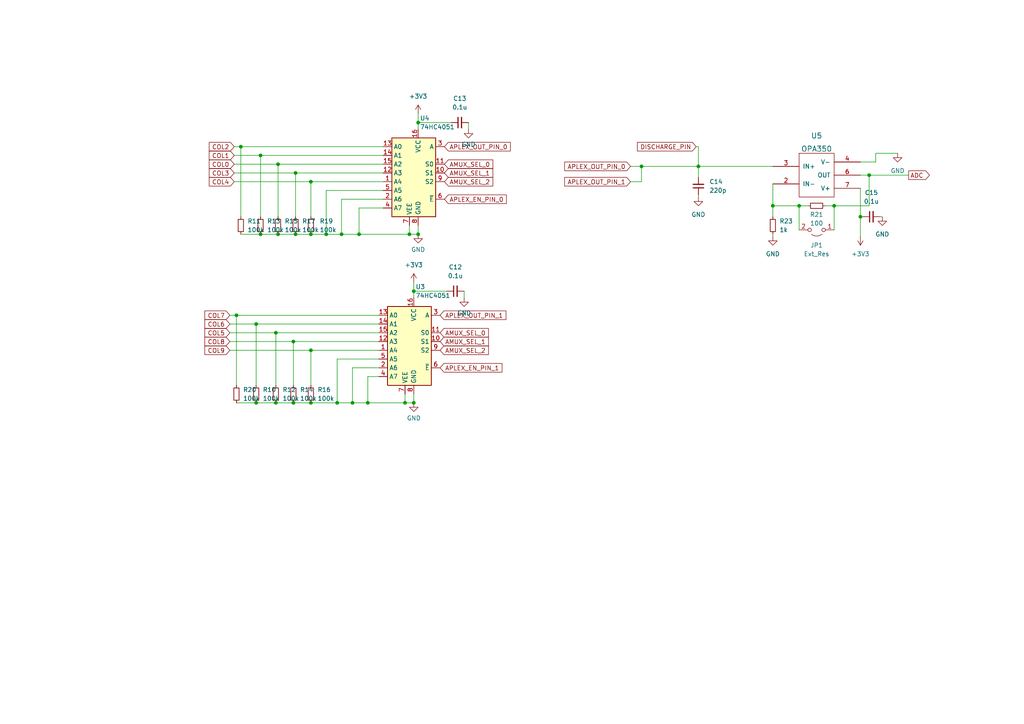
<source format=kicad_sch>
(kicad_sch (version 20230121) (generator eeschema)
  (paper "A4")
  (lib_symbols
    (symbol "74xx:74HC4051"
      (property "Reference" "U" (at -5.08 11.43 0))
      (property "Value" "74HC4051" (at -7.62 -13.97 0))
      (symbol "74HC4051_0_1"
        (rectangle (start -5.08 10.16) (end 7.62 -12.7) (stroke (width 0.254)) (fill (type background)))
      )
      (symbol "74HC4051_1_1"
        (pin passive line (at 10.16 -2.54 180) (length 2.54) (name "A4") (number "1"))
        (pin input line (at -7.62 0 0) (length 2.54) (name "S1") (number "10"))
        (pin input line (at -7.62 2.54 0) (length 2.54) (name "S0") (number "11"))
        (pin passive line (at 10.16 0 180) (length 2.54) (name "A3") (number "12"))
        (pin passive line (at 10.16 7.62 180) (length 2.54) (name "A0") (number "13"))
        (pin passive line (at 10.16 5.08 180) (length 2.54) (name "A1") (number "14"))
        (pin passive line (at 10.16 2.54 180) (length 2.54) (name "A2") (number "15"))
        (pin power_in line (at 0 12.7 270) (length 2.54) (name "VCC") (number "16"))
        (pin passive line (at 10.16 -7.62 180) (length 2.54) (name "A6") (number "2"))
        (pin passive line (at -7.62 7.62 0) (length 2.54) (name "A") (number "3"))
        (pin passive line (at 10.16 -10.16 180) (length 2.54) (name "A7") (number "4"))
        (pin passive line (at 10.16 -5.08 180) (length 2.54) (name "A5") (number "5"))
        (pin input line (at -7.62 -7.62 0) (length 2.54) (name "~{E}") (number "6"))
        (pin power_in line (at 2.54 -15.24 90) (length 2.54) (name "VEE") (number "7"))
        (pin power_in line (at 0 -15.24 90) (length 2.54) (name "GND") (number "8"))
        (pin input line (at -7.62 -2.54 0) (length 2.54) (name "S2") (number "9"))
      )
    )
    (symbol "Device:C_Small" (pin_numbers hide) (pin_names (offset 0.254) hide)
      (property "Reference" "C" (at 0.254 1.778 0))
      (property "Value" "C_Small" (at 0.254 -2.032 0))
      (symbol "C_Small_0_1"
        (polyline (pts (xy -1.524 -0.508) (xy 1.524 -0.508)) (stroke (width 0.3302)))
        (polyline (pts (xy -1.524 0.508) (xy 1.524 0.508)) (stroke (width 0.3048)))
      )
      (symbol "C_Small_1_1"
        (pin passive line (at 0 2.54 270) (length 2.032) (name "~") (number "1"))
        (pin passive line (at 0 -2.54 90) (length 2.032) (name "~") (number "2"))
      )
    )
    (symbol "Device:R_Small" (pin_numbers hide) (pin_names (offset 0.254) hide)
      (property "Reference" "R" (at 0.762 0.508 0))
      (property "Value" "R_Small" (at 0.762 -1.016 0))
      (symbol "R_Small_0_1"
        (rectangle (start -0.762 1.778) (end 0.762 -1.778) (stroke (width 0.2032)))
      )
      (symbol "R_Small_1_1"
        (pin passive line (at 0 2.54 270) (length 0.762) (name "~") (number "1"))
        (pin passive line (at 0 -2.54 90) (length 0.762) (name "~") (number "2"))
      )
    )
    (symbol "Jumper:Jumper_2_Open" (pin_names (offset 0) hide)
      (property "Reference" "JP" (at 0 2.794 0))
      (property "Value" "Jumper_2_Open" (at 0 -2.286 0))
      (symbol "Jumper_2_Open_0_0"
        (circle (center -2.032 0) (radius 0.508))
        (circle (center 2.032 0) (radius 0.508))
      )
      (symbol "Jumper_2_Open_0_1"
        (arc (start 1.524 1.27) (mid 0 1.778) (end -1.524 1.27))
      )
      (symbol "Jumper_2_Open_1_1"
        (pin passive line (at -5.08 0 0) (length 2.54) (name "A") (number "1"))
        (pin passive line (at 5.08 0 180) (length 2.54) (name "B") (number "2"))
      )
    )
    (symbol "cipulot_parts:OPA350" (pin_names (offset 1.016))
      (property "Reference" "U" (at 8.89 -7.62 0))
      (property "Value" "OPA350" (at 5.08 7.62 0))
      (symbol "OPA350_0_1"
        (rectangle (start 0 -6.35) (end 10.16 6.35))
        (pin input line (at -7.62 2.54 0) (length 7.62) (name "IN-") (number "2"))
        (pin input line (at -7.62 -2.54 0) (length 7.62) (name "IN+") (number "3"))
        (pin input line (at 17.78 -3.81 180) (length 7.62) (name "V-") (number "4"))
        (pin input line (at 17.78 0 180) (length 7.62) (name "OUT") (number "6"))
        (pin input line (at 17.78 3.81 180) (length 7.62) (name "V+") (number "7"))
      )
    )
    (symbol "power:+3V3" (power) (pin_names (offset 0))
      (property "Value" "+3V3" (at 0 3.556 0))
      (symbol "+3V3_0_1"
        (polyline (pts (xy -0.762 1.27) (xy 0 2.54)))
        (polyline (pts (xy 0 0) (xy 0 2.54)))
        (polyline (pts (xy 0 2.54) (xy 0.762 1.27)))
      )
      (symbol "+3V3_1_1"
        (pin power_in line (at 0 0 90) (length 0) hide (name "+3V3") (number "1"))
      )
    )
    (symbol "power:GND" (power) (pin_names (offset 0))
      (property "Value" "GND" (at 0 -3.81 0))
      (symbol "GND_0_1"
        (polyline (pts (xy 0 0) (xy 0 -1.27) (xy 1.27 -1.27) (xy 0 -2.54) (xy -1.27 -1.27) (xy 0 -1.27)))
      )
      (symbol "GND_1_1"
        (pin power_in line (at 0 0 270) (length 0) hide (name "GND") (number "1"))
      )
    )
  )
  (junction (at 120.015 84.455))
  (junction (at 106.68 116.84))
  (junction (at 224.155 59.69))
  (junction (at 74.295 93.98))
  (junction (at 85.09 116.84))
  (junction (at 80.645 47.625))
  (junction (at 80.645 67.945))
  (junction (at 90.17 101.6))
  (junction (at 186.055 48.26))
  (junction (at 252.095 50.8))
  (junction (at 249.555 62.865))
  (junction (at 85.725 50.165))
  (junction (at 97.79 116.84))
  (junction (at 69.85 42.545))
  (junction (at 94.615 67.945))
  (junction (at 80.01 96.52))
  (junction (at 68.58 91.44))
  (junction (at 121.285 67.945))
  (junction (at 102.235 116.84))
  (junction (at 99.06 67.945))
  (junction (at 85.725 67.945))
  (junction (at 104.14 67.945))
  (junction (at 90.17 52.705))
  (junction (at 75.565 45.085))
  (junction (at 117.475 116.84))
  (junction (at 231.775 59.69))
  (junction (at 80.01 116.84))
  (junction (at 85.09 99.06))
  (junction (at 121.285 35.56))
  (junction (at 90.17 116.84))
  (junction (at 74.295 116.84))
  (junction (at 75.565 67.945))
  (junction (at 202.565 48.26))
  (junction (at 118.745 67.945))
  (junction (at 90.17 67.945))
  (junction (at 120.015 116.84))
  (junction (at 241.935 59.69))
  (wire (pts (xy 249.555 54.61) (xy 249.555 62.865)))
  (wire (pts (xy 80.01 116.84) (xy 85.09 116.84)))
  (wire (pts (xy 85.09 116.84) (xy 90.17 116.84)))
  (wire (pts (xy 68.58 116.84) (xy 74.295 116.84)))
  (wire (pts (xy 120.015 84.455) (xy 129.54 84.455)))
  (wire (pts (xy 99.06 57.785) (xy 99.06 67.945)))
  (wire (pts (xy 74.295 111.76) (xy 74.295 93.98)))
  (wire (pts (xy 67.945 42.545) (xy 69.85 42.545)))
  (wire (pts (xy 118.745 67.945) (xy 121.285 67.945)))
  (wire (pts (xy 90.17 101.6) (xy 90.17 111.76)))
  (wire (pts (xy 85.725 50.165) (xy 85.725 62.865)))
  (wire (pts (xy 80.645 67.945) (xy 85.725 67.945)))
  (wire (pts (xy 260.35 44.45) (xy 254 44.45)))
  (wire (pts (xy 67.945 47.625) (xy 80.645 47.625)))
  (wire (pts (xy 118.745 65.405) (xy 118.745 67.945)))
  (wire (pts (xy 85.09 99.06) (xy 109.855 99.06)))
  (wire (pts (xy 94.615 55.245) (xy 94.615 67.945)))
  (wire (pts (xy 90.17 67.945) (xy 94.615 67.945)))
  (wire (pts (xy 69.85 67.945) (xy 75.565 67.945)))
  (wire (pts (xy 252.095 50.8) (xy 252.095 59.69)))
  (wire (pts (xy 202.565 48.26) (xy 224.155 48.26)))
  (wire (pts (xy 252.095 50.8) (xy 263.525 50.8)))
  (wire (pts (xy 90.17 52.705) (xy 90.17 62.865)))
  (wire (pts (xy 80.01 96.52) (xy 80.01 111.76)))
  (wire (pts (xy 67.945 45.085) (xy 75.565 45.085)))
  (wire (pts (xy 117.475 116.84) (xy 120.015 116.84)))
  (wire (pts (xy 80.645 47.625) (xy 80.645 62.865)))
  (wire (pts (xy 90.17 101.6) (xy 109.855 101.6)))
  (wire (pts (xy 121.285 35.56) (xy 121.285 37.465)))
  (wire (pts (xy 231.775 59.69) (xy 231.775 66.675)))
  (wire (pts (xy 90.17 52.705) (xy 111.125 52.705)))
  (wire (pts (xy 75.565 45.085) (xy 75.565 62.865)))
  (wire (pts (xy 66.675 99.06) (xy 85.09 99.06)))
  (wire (pts (xy 85.09 99.06) (xy 85.09 111.76)))
  (wire (pts (xy 239.395 59.69) (xy 241.935 59.69)))
  (wire (pts (xy 68.58 111.76) (xy 68.58 91.44)))
  (wire (pts (xy 66.675 96.52) (xy 80.01 96.52)))
  (wire (pts (xy 97.79 116.84) (xy 102.235 116.84)))
  (wire (pts (xy 109.855 106.68) (xy 102.235 106.68)))
  (wire (pts (xy 250.19 62.865) (xy 249.555 62.865)))
  (wire (pts (xy 67.945 50.165) (xy 85.725 50.165)))
  (wire (pts (xy 74.295 116.84) (xy 80.01 116.84)))
  (wire (pts (xy 224.155 59.69) (xy 224.155 62.865)))
  (wire (pts (xy 85.725 67.945) (xy 90.17 67.945)))
  (wire (pts (xy 182.88 48.26) (xy 186.055 48.26)))
  (wire (pts (xy 66.675 91.44) (xy 68.58 91.44)))
  (wire (pts (xy 135.89 37.465) (xy 135.89 35.56)))
  (wire (pts (xy 66.675 101.6) (xy 90.17 101.6)))
  (wire (pts (xy 224.155 67.945) (xy 224.155 68.58)))
  (wire (pts (xy 104.14 67.945) (xy 118.745 67.945)))
  (wire (pts (xy 249.555 62.865) (xy 249.555 68.58)))
  (wire (pts (xy 224.155 53.34) (xy 224.155 59.69)))
  (wire (pts (xy 94.615 67.945) (xy 99.06 67.945)))
  (wire (pts (xy 249.555 46.99) (xy 254 46.99)))
  (wire (pts (xy 85.725 50.165) (xy 111.125 50.165)))
  (wire (pts (xy 186.055 52.705) (xy 186.055 48.26)))
  (wire (pts (xy 74.295 93.98) (xy 109.855 93.98)))
  (wire (pts (xy 97.79 104.14) (xy 97.79 116.84)))
  (wire (pts (xy 241.935 59.69) (xy 241.935 66.675)))
  (wire (pts (xy 111.125 57.785) (xy 99.06 57.785)))
  (wire (pts (xy 69.85 42.545) (xy 69.85 62.865)))
  (wire (pts (xy 117.475 114.3) (xy 117.475 116.84)))
  (wire (pts (xy 80.645 47.625) (xy 111.125 47.625)))
  (wire (pts (xy 102.235 106.68) (xy 102.235 116.84)))
  (wire (pts (xy 254 46.99) (xy 254 44.45)))
  (wire (pts (xy 255.27 62.865) (xy 255.905 62.865)))
  (wire (pts (xy 202.565 42.545) (xy 202.565 48.26)))
  (wire (pts (xy 111.125 60.325) (xy 104.14 60.325)))
  (wire (pts (xy 67.945 52.705) (xy 90.17 52.705)))
  (wire (pts (xy 120.015 81.915) (xy 120.015 84.455)))
  (wire (pts (xy 106.68 109.22) (xy 106.68 116.84)))
  (wire (pts (xy 121.285 65.405) (xy 121.285 67.945)))
  (wire (pts (xy 186.055 48.26) (xy 202.565 48.26)))
  (wire (pts (xy 68.58 91.44) (xy 109.855 91.44)))
  (wire (pts (xy 201.93 42.545) (xy 202.565 42.545)))
  (wire (pts (xy 69.85 42.545) (xy 111.125 42.545)))
  (wire (pts (xy 75.565 67.945) (xy 80.645 67.945)))
  (wire (pts (xy 249.555 50.8) (xy 252.095 50.8)))
  (wire (pts (xy 109.855 109.22) (xy 106.68 109.22)))
  (wire (pts (xy 231.775 59.69) (xy 224.155 59.69)))
  (wire (pts (xy 102.235 116.84) (xy 106.68 116.84)))
  (wire (pts (xy 99.06 67.945) (xy 104.14 67.945)))
  (wire (pts (xy 121.285 33.02) (xy 121.285 35.56)))
  (wire (pts (xy 182.88 52.705) (xy 186.055 52.705)))
  (wire (pts (xy 104.14 60.325) (xy 104.14 67.945)))
  (wire (pts (xy 109.855 104.14) (xy 97.79 104.14)))
  (wire (pts (xy 231.775 59.69) (xy 234.315 59.69)))
  (wire (pts (xy 80.01 96.52) (xy 109.855 96.52)))
  (wire (pts (xy 120.015 114.3) (xy 120.015 116.84)))
  (wire (pts (xy 66.675 93.98) (xy 74.295 93.98)))
  (wire (pts (xy 252.095 59.69) (xy 241.935 59.69)))
  (wire (pts (xy 106.68 116.84) (xy 117.475 116.84)))
  (wire (pts (xy 120.015 84.455) (xy 120.015 86.36)))
  (wire (pts (xy 90.17 116.84) (xy 97.79 116.84)))
  (wire (pts (xy 121.285 35.56) (xy 130.81 35.56)))
  (wire (pts (xy 111.125 55.245) (xy 94.615 55.245)))
  (wire (pts (xy 134.62 86.36) (xy 134.62 84.455)))
  (wire (pts (xy 202.565 51.435) (xy 202.565 48.26)))
  (wire (pts (xy 75.565 45.085) (xy 111.125 45.085)))
  (wire (pts (xy 202.565 56.515) (xy 202.565 57.15)))
  (global_label "APLEX_EN_PIN_1" (shape input) (at 127.635 106.68 0) (property "Intersheetrefs" "${INTERSHEET_REFS}" (effects hide)))
  (global_label "COL9" (shape input) (at 66.675 101.6 180) (property "Intersheetrefs" "${INTERSHEET_REFS}" (effects hide)))
  (global_label "AMUX_SEL_1" (shape input) (at 127.635 99.06 0) (property "Intersheetrefs" "${INTERSHEET_REFS}" (effects hide)))
  (global_label "COL4" (shape input) (at 67.945 52.705 180) (property "Intersheetrefs" "${INTERSHEET_REFS}" (effects hide)))
  (global_label "APLEX_OUT_PIN_1" (shape input) (at 127.635 91.44 0) (property "Intersheetrefs" "${INTERSHEET_REFS}" (effects hide)))
  (global_label "COL2" (shape input) (at 67.945 42.545 180) (property "Intersheetrefs" "${INTERSHEET_REFS}" (effects hide)))
  (global_label "APLEX_OUT_PIN_0" (shape input) (at 182.88 48.26 180) (property "Intersheetrefs" "${INTERSHEET_REFS}" (effects hide)))
  (global_label "COL7" (shape input) (at 66.675 91.44 180) (property "Intersheetrefs" "${INTERSHEET_REFS}" (effects hide)))
  (global_label "COL8" (shape input) (at 66.675 99.06 180) (property "Intersheetrefs" "${INTERSHEET_REFS}" (effects hide)))
  (global_label "AMUX_SEL_0" (shape input) (at 127.635 96.52 0) (property "Intersheetrefs" "${INTERSHEET_REFS}" (effects hide)))
  (global_label "DISCHARGE_PIN" (shape input) (at 201.93 42.545 180) (property "Intersheetrefs" "${INTERSHEET_REFS}" (effects hide)))
  (global_label "COL3" (shape input) (at 67.945 50.165 180) (property "Intersheetrefs" "${INTERSHEET_REFS}" (effects hide)))
  (global_label "AMUX_SEL_1" (shape input) (at 128.905 50.165 0) (property "Intersheetrefs" "${INTERSHEET_REFS}" (effects hide)))
  (global_label "ADC" (shape output) (at 263.525 50.8 0) (property "Intersheetrefs" "${INTERSHEET_REFS}" (effects hide)))
  (global_label "COL0" (shape input) (at 67.945 47.625 180) (property "Intersheetrefs" "${INTERSHEET_REFS}" (effects hide)))
  (global_label "COL6" (shape input) (at 66.675 93.98 180) (property "Intersheetrefs" "${INTERSHEET_REFS}" (effects hide)))
  (global_label "COL1" (shape input) (at 67.945 45.085 180) (property "Intersheetrefs" "${INTERSHEET_REFS}" (effects hide)))
  (global_label "APLEX_OUT_PIN_0" (shape input) (at 128.905 42.545 0) (property "Intersheetrefs" "${INTERSHEET_REFS}" (effects hide)))
  (global_label "COL5" (shape input) (at 66.675 96.52 180) (property "Intersheetrefs" "${INTERSHEET_REFS}" (effects hide)))
  (global_label "AMUX_SEL_2" (shape input) (at 128.905 52.705 0) (property "Intersheetrefs" "${INTERSHEET_REFS}" (effects hide)))
  (global_label "AMUX_SEL_0" (shape input) (at 128.905 47.625 0) (property "Intersheetrefs" "${INTERSHEET_REFS}" (effects hide)))
  (global_label "APLEX_OUT_PIN_1" (shape input) (at 182.88 52.705 180) (property "Intersheetrefs" "${INTERSHEET_REFS}" (effects hide)))
  (global_label "AMUX_SEL_2" (shape input) (at 127.635 101.6 0) (property "Intersheetrefs" "${INTERSHEET_REFS}" (effects hide)))
  (global_label "APLEX_EN_PIN_0" (shape input) (at 128.905 57.785 0) (property "Intersheetrefs" "${INTERSHEET_REFS}" (effects hide)))
  (symbol (lib_id "Device:C_Small") (at 202.565 53.975 180) (unit 1)
    (property "Reference" "C14" (at 205.74 52.6985 0) (effects (justify right)))
    (property "Value" "220p" (at 205.74 55.2385 0) (effects (justify right)))
    (property "Footprint" "Capacitor_SMD:C_0402_1005Metric" (effects hide))
  )
  (symbol (lib_id "Device:R_Small") (at 68.58 114.3 0) (unit 1)
    (property "Reference" "R20" (at 70.485 113.03 0) (effects (justify left)))
    (property "Value" "100k" (at 70.485 115.5699 0) (effects (justify left)))
    (property "Footprint" "Resistor_SMD:R_0402_1005Metric" (effects hide))
  )
  (symbol (lib_id "power:+3V3") (at 121.285 33.02 0) (unit 1)
    (property "Reference" "#PWR0138" (effects hide))
    (property "Value" "+3V3" (at 121.285 27.94 0))
  )
  (symbol (lib_id "Device:C_Small") (at 252.73 62.865 90) (unit 1)
    (property "Reference" "C15" (at 252.7363 55.88 90))
    (property "Value" "0.1u" (at 252.7363 58.42 90))
    (property "Footprint" "Capacitor_SMD:C_0402_1005Metric" (effects hide))
  )
  (symbol (lib_id "cipulot_parts:OPA350") (at 231.775 50.8 0) (mirror x) (unit 1)
    (property "Reference" "U5" (at 236.855 39.37 0) (effects (font (size 1.524 1.524))))
    (property "Value" "OPA350" (at 236.855 43.18 0) (effects (font (size 1.524 1.524))))
    (property "Footprint" "Package_SO:SOIC-8_3.9x4.9mm_P1.27mm" (effects hide))
  )
  (symbol (lib_id "power:GND") (at 260.35 44.45 0) (unit 1)
    (property "Reference" "#PWR0140" (effects hide))
    (property "Value" "GND" (at 260.35 49.53 0))
  )
  (symbol (lib_id "74xx:74HC4051") (at 120.015 99.06 0) (mirror y) (unit 1)
    (property "Reference" "U3" (at 120.5356 83.185 0) (effects (justify right)))
    (property "Value" "74HC4051" (at 120.5356 85.725 0) (effects (justify right)))
    (property "Footprint" "cipulot_parts:TSSOP16" (effects hide))
    (property "Datasheet" "http://www.ti.com/lit/ds/symlink/cd74hc4051.pdf" (effects hide))
  )
  (symbol (lib_id "power:GND") (at 224.155 68.58 0) (unit 1)
    (property "Reference" "#PWR0141" (effects hide))
    (property "Value" "GND" (at 224.155 73.66 0))
  )
  (symbol (lib_id "Device:C_Small") (at 132.08 84.455 90) (unit 1)
    (property "Reference" "C12" (at 132.0863 77.47 90))
    (property "Value" "0.1u" (at 132.0863 80.01 90))
    (property "Footprint" "Capacitor_SMD:C_0402_1005Metric" (effects hide))
  )
  (symbol (lib_id "Device:R_Small") (at 74.295 114.3 0) (unit 1)
    (property "Reference" "R10" (at 76.2 113.0299 0) (effects (justify left)))
    (property "Value" "100k" (at 76.2 115.5699 0) (effects (justify left)))
    (property "Footprint" "Resistor_SMD:R_0402_1005Metric" (effects hide))
  )
  (symbol (lib_id "Device:R_Small") (at 80.645 65.405 0) (unit 1)
    (property "Reference" "R15" (at 82.55 64.1349 0) (effects (justify left)))
    (property "Value" "100k" (at 82.55 66.6749 0) (effects (justify left)))
    (property "Footprint" "Resistor_SMD:R_0402_1005Metric" (effects hide))
  )
  (symbol (lib_id "Device:R_Small") (at 69.85 65.405 0) (unit 1)
    (property "Reference" "R11" (at 71.755 64.1349 0) (effects (justify left)))
    (property "Value" "100k" (at 71.755 66.6749 0) (effects (justify left)))
    (property "Footprint" "Resistor_SMD:R_0402_1005Metric" (effects hide))
  )
  (symbol (lib_id "Device:R_Small") (at 85.09 114.3 0) (unit 1)
    (property "Reference" "R14" (at 86.995 113.0299 0) (effects (justify left)))
    (property "Value" "100k" (at 86.995 115.5699 0) (effects (justify left)))
    (property "Footprint" "Resistor_SMD:R_0402_1005Metric" (effects hide))
  )
  (symbol (lib_id "power:GND") (at 121.285 67.945 0) (unit 1)
    (property "Reference" "#PWR0136" (effects hide))
    (property "Value" "GND" (at 121.285 72.39 0))
  )
  (symbol (lib_id "power:+3V3") (at 249.555 68.58 180) (unit 1)
    (property "Reference" "#PWR0143" (effects hide))
    (property "Value" "+3V3" (at 249.555 73.66 0))
  )
  (symbol (lib_id "74xx:74HC4051") (at 121.285 50.165 0) (mirror y) (unit 1)
    (property "Reference" "U4" (at 121.8056 34.29 0) (effects (justify right)))
    (property "Value" "74HC4051" (at 121.8056 36.83 0) (effects (justify right)))
    (property "Footprint" "cipulot_parts:TSSOP16" (effects hide))
    (property "Datasheet" "http://www.ti.com/lit/ds/symlink/cd74hc4051.pdf" (effects hide))
  )
  (symbol (lib_id "Device:R_Small") (at 224.155 65.405 0) (unit 1)
    (property "Reference" "R23" (at 226.06 64.1349 0) (effects (justify left)))
    (property "Value" "1k" (at 226.06 66.6749 0) (effects (justify left)))
    (property "Footprint" "Resistor_SMD:R_0402_1005Metric" (effects hide))
  )
  (symbol (lib_id "power:GND") (at 202.565 57.15 0) (unit 1)
    (property "Reference" "#PWR0148" (effects hide))
    (property "Value" "GND" (at 202.565 62.23 0))
  )
  (symbol (lib_id "power:GND") (at 135.89 37.465 0) (unit 1)
    (property "Reference" "#PWR0139" (effects hide))
    (property "Value" "GND" (at 135.89 41.91 0))
  )
  (symbol (lib_id "Device:C_Small") (at 133.35 35.56 90) (unit 1)
    (property "Reference" "C13" (at 133.3563 28.575 90))
    (property "Value" "0.1u" (at 133.3563 31.115 90))
    (property "Footprint" "Capacitor_SMD:C_0402_1005Metric" (effects hide))
  )
  (symbol (lib_id "Device:R_Small") (at 236.855 59.69 90) (unit 1)
    (property "Reference" "R21" (at 236.855 62.23 90))
    (property "Value" "100" (at 236.855 64.77 90))
    (property "Footprint" "Resistor_SMD:R_0402_1005Metric" (effects hide))
  )
  (symbol (lib_id "Device:R_Small") (at 90.17 114.3 0) (unit 1)
    (property "Reference" "R16" (at 92.075 113.0299 0) (effects (justify left)))
    (property "Value" "100k" (at 92.075 115.5699 0) (effects (justify left)))
    (property "Footprint" "Resistor_SMD:R_0402_1005Metric" (effects hide))
  )
  (symbol (lib_id "Device:R_Small") (at 85.725 65.405 0) (unit 1)
    (property "Reference" "R17" (at 87.63 64.135 0) (effects (justify left)))
    (property "Value" "100k" (at 87.63 66.6749 0) (effects (justify left)))
    (property "Footprint" "Resistor_SMD:R_0402_1005Metric" (effects hide))
  )
  (symbol (lib_id "Device:R_Small") (at 80.01 114.3 0) (unit 1)
    (property "Reference" "R12" (at 81.915 113.0299 0) (effects (justify left)))
    (property "Value" "100k" (at 81.915 115.5699 0) (effects (justify left)))
    (property "Footprint" "Resistor_SMD:R_0402_1005Metric" (effects hide))
  )
  (symbol (lib_id "Jumper:Jumper_2_Open") (at 236.855 66.675 180) (unit 1)
    (property "Reference" "JP1" (at 236.855 71.1231 0))
    (property "Value" "Ext_Res" (at 236.855 73.66 0))
    (property "Footprint" "Resistor_SMD:R_0603_1608Metric_Pad0.98x0.95mm_HandSolder" (effects hide))
  )
  (symbol (lib_id "power:GND") (at 134.62 86.36 0) (unit 1)
    (property "Reference" "#PWR0135" (effects hide))
    (property "Value" "GND" (at 134.62 90.805 0))
  )
  (symbol (lib_id "power:GND") (at 120.015 116.84 0) (unit 1)
    (property "Reference" "#PWR0134" (effects hide))
    (property "Value" "GND" (at 120.015 121.285 0))
  )
  (symbol (lib_id "power:GND") (at 255.905 62.865 0) (unit 1)
    (property "Reference" "#PWR0142" (effects hide))
    (property "Value" "GND" (at 255.905 67.945 0))
  )
  (symbol (lib_id "Device:R_Small") (at 90.17 65.405 0) (unit 1)
    (property "Reference" "R19" (at 92.71 64.135 0) (effects (justify left)))
    (property "Value" "100k" (at 92.71 66.675 0) (effects (justify left)))
    (property "Footprint" "Resistor_SMD:R_0402_1005Metric" (effects hide))
  )
  (symbol (lib_id "power:+3V3") (at 120.015 81.915 0) (unit 1)
    (property "Reference" "#PWR0137" (effects hide))
    (property "Value" "+3V3" (at 120.015 76.835 0))
  )
  (symbol (lib_id "Device:R_Small") (at 75.565 65.405 0) (unit 1)
    (property "Reference" "R13" (at 77.47 64.1349 0) (effects (justify left)))
    (property "Value" "100k" (at 77.47 66.6749 0) (effects (justify left)))
    (property "Footprint" "Resistor_SMD:R_0402_1005Metric" (effects hide))
  )
)
</source>
